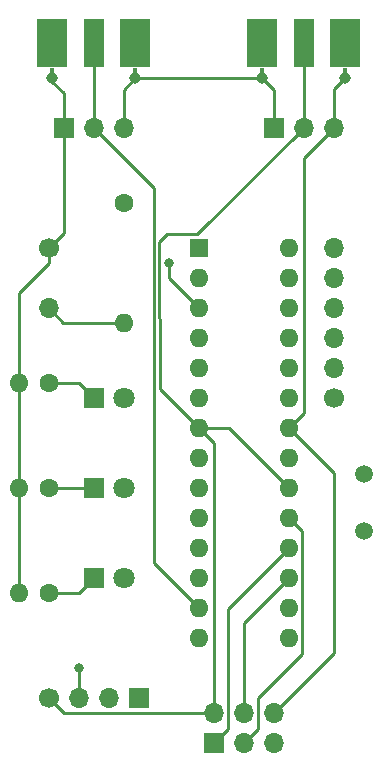
<source format=gbr>
%TF.GenerationSoftware,KiCad,Pcbnew,(6.0.5)*%
%TF.CreationDate,2022-08-03T12:20:48+10:00*%
%TF.ProjectId,special_target,73706563-6961-46c5-9f74-61726765742e,rev?*%
%TF.SameCoordinates,Original*%
%TF.FileFunction,Copper,L1,Top*%
%TF.FilePolarity,Positive*%
%FSLAX46Y46*%
G04 Gerber Fmt 4.6, Leading zero omitted, Abs format (unit mm)*
G04 Created by KiCad (PCBNEW (6.0.5)) date 2022-08-03 12:20:48*
%MOMM*%
%LPD*%
G01*
G04 APERTURE LIST*
%TA.AperFunction,ComponentPad*%
%ADD10C,1.700000*%
%TD*%
%TA.AperFunction,ComponentPad*%
%ADD11O,1.700000X1.700000*%
%TD*%
%TA.AperFunction,ComponentPad*%
%ADD12C,1.600000*%
%TD*%
%TA.AperFunction,ComponentPad*%
%ADD13O,1.600000X1.600000*%
%TD*%
%TA.AperFunction,ComponentPad*%
%ADD14C,1.500000*%
%TD*%
%TA.AperFunction,ComponentPad*%
%ADD15R,1.800000X1.800000*%
%TD*%
%TA.AperFunction,ComponentPad*%
%ADD16C,1.800000*%
%TD*%
%TA.AperFunction,SMDPad,CuDef*%
%ADD17R,1.780000X4.190000*%
%TD*%
%TA.AperFunction,SMDPad,CuDef*%
%ADD18R,0.460000X0.890000*%
%TD*%
%TA.AperFunction,SMDPad,CuDef*%
%ADD19R,2.665000X4.190000*%
%TD*%
%TA.AperFunction,ComponentPad*%
%ADD20C,0.970000*%
%TD*%
%TA.AperFunction,ComponentPad*%
%ADD21R,1.700000X1.700000*%
%TD*%
%TA.AperFunction,ComponentPad*%
%ADD22R,1.600000X1.600000*%
%TD*%
%TA.AperFunction,ViaPad*%
%ADD23C,0.800000*%
%TD*%
%TA.AperFunction,Conductor*%
%ADD24C,0.250000*%
%TD*%
G04 APERTURE END LIST*
D10*
%TO.P,J7,1,Pin_1*%
%TO.N,Net-(U1-Pad23)*%
X121920000Y-115570000D03*
D11*
%TO.P,J7,2,Pin_2*%
%TO.N,Net-(U1-Pad24)*%
X121920000Y-113030000D03*
%TO.P,J7,3,Pin_3*%
%TO.N,Net-(U1-Pad25)*%
X121920000Y-110490000D03*
%TO.P,J7,4,Pin_4*%
%TO.N,Net-(U1-Pad26)*%
X121920000Y-107950000D03*
%TO.P,J7,5,Pin_5*%
%TO.N,Net-(U1-Pad27)*%
X121920000Y-105410000D03*
%TO.P,J7,6,Pin_6*%
%TO.N,Net-(U1-Pad28)*%
X121920000Y-102870000D03*
%TD*%
D10*
%TO.P,SW1,1,1*%
%TO.N,GND*%
X97790000Y-102875001D03*
D11*
%TO.P,SW1,2,2*%
%TO.N,RESET*%
X97790000Y-107955001D03*
%TD*%
D12*
%TO.P,R1,1*%
%TO.N,VCC_OUT*%
X104140000Y-99050000D03*
D13*
%TO.P,R1,2*%
%TO.N,RESET*%
X104140000Y-109210000D03*
%TD*%
D12*
%TO.P,R4,1*%
%TO.N,Net-(D3-Pad1)*%
X97790000Y-132070000D03*
D13*
%TO.P,R4,2*%
%TO.N,GND*%
X95250000Y-132070000D03*
%TD*%
D14*
%TO.P,Y1,1,1*%
%TO.N,Net-(U1-Pad10)*%
X124460000Y-126900000D03*
%TO.P,Y1,2,2*%
%TO.N,Net-(U1-Pad9)*%
X124460000Y-122020000D03*
%TD*%
D15*
%TO.P,D3,1,K*%
%TO.N,Net-(D3-Pad1)*%
X101600000Y-130800000D03*
D16*
%TO.P,D3,2,A*%
%TO.N,LED3*%
X104140000Y-130800000D03*
%TD*%
D17*
%TO.P,J4,1,In*%
%TO.N,VCC_OUT*%
X119380000Y-85545000D03*
D18*
%TO.P,J4,2,Ext*%
%TO.N,GND*%
X115887500Y-88085000D03*
D19*
X115887500Y-85545000D03*
X122872500Y-85545000D03*
D18*
X122872500Y-88085000D03*
D20*
X115887500Y-88530000D03*
X122872500Y-88530000D03*
%TD*%
D10*
%TO.P,J2,1,Pin_1*%
%TO.N,VCC_OUT*%
X97800008Y-140970000D03*
D11*
%TO.P,J2,2,Pin_2*%
%TO.N,TX*%
X100340000Y-140970000D03*
%TO.P,J2,3,Pin_3*%
%TO.N,RX*%
X102880000Y-140970000D03*
D21*
%TO.P,J2,4,Pin_4*%
%TO.N,GND*%
X105420008Y-140970000D03*
%TD*%
D22*
%TO.P,U1,1,~{RESET}/PC6*%
%TO.N,RESET*%
X110500000Y-102870000D03*
D13*
%TO.P,U1,2,PD0*%
%TO.N,RX*%
X110500000Y-105410000D03*
%TO.P,U1,3,PD1*%
%TO.N,TX*%
X110500000Y-107950000D03*
%TO.P,U1,4,PD2*%
%TO.N,unconnected-(U1-Pad4)*%
X110500000Y-110490000D03*
%TO.P,U1,5,PD3*%
%TO.N,unconnected-(U1-Pad5)*%
X110500000Y-113030000D03*
%TO.P,U1,6,PD4*%
%TO.N,LED1*%
X110500000Y-115570000D03*
%TO.P,U1,7,VCC*%
%TO.N,VCC_OUT*%
X110500000Y-118110000D03*
%TO.P,U1,8,GND*%
%TO.N,GND*%
X110500000Y-120650000D03*
%TO.P,U1,9,XTAL1/PB6*%
%TO.N,Net-(U1-Pad9)*%
X110500000Y-123190000D03*
%TO.P,U1,10,XTAL2/PB7*%
%TO.N,Net-(U1-Pad10)*%
X110500000Y-125730000D03*
%TO.P,U1,11,PD5*%
%TO.N,LED2*%
X110500000Y-128270000D03*
%TO.P,U1,12,PD6*%
%TO.N,LED3*%
X110500000Y-130810000D03*
%TO.P,U1,13,PD7*%
%TO.N,TRIG_OUT*%
X110500000Y-133350000D03*
%TO.P,U1,14,PB0*%
%TO.N,unconnected-(U1-Pad14)*%
X110500000Y-135890000D03*
%TO.P,U1,15,PB1*%
%TO.N,unconnected-(U1-Pad15)*%
X118120000Y-135890000D03*
%TO.P,U1,16,PB2*%
%TO.N,unconnected-(U1-Pad16)*%
X118120000Y-133350000D03*
%TO.P,U1,17,PB3*%
%TO.N,MOSI*%
X118120000Y-130810000D03*
%TO.P,U1,18,PB4*%
%TO.N,MISO*%
X118120000Y-128270000D03*
%TO.P,U1,19,PB5*%
%TO.N,SCK*%
X118120000Y-125730000D03*
%TO.P,U1,20,AVCC*%
%TO.N,VCC_OUT*%
X118120000Y-123190000D03*
%TO.P,U1,21,AREF*%
%TO.N,unconnected-(U1-Pad21)*%
X118120000Y-120650000D03*
%TO.P,U1,22,GND*%
%TO.N,GND*%
X118120000Y-118110000D03*
%TO.P,U1,23,PC0*%
%TO.N,Net-(U1-Pad23)*%
X118120000Y-115570000D03*
%TO.P,U1,24,PC1*%
%TO.N,Net-(U1-Pad24)*%
X118120000Y-113030000D03*
%TO.P,U1,25,PC2*%
%TO.N,Net-(U1-Pad25)*%
X118120000Y-110490000D03*
%TO.P,U1,26,PC3*%
%TO.N,Net-(U1-Pad26)*%
X118120000Y-107950000D03*
%TO.P,U1,27,PC4*%
%TO.N,Net-(U1-Pad27)*%
X118120000Y-105410000D03*
%TO.P,U1,28,PC5*%
%TO.N,Net-(U1-Pad28)*%
X118120000Y-102870000D03*
%TD*%
D21*
%TO.P,J6,1,Pin_1*%
%TO.N,GND*%
X99060000Y-92710000D03*
D11*
%TO.P,J6,2,Pin_2*%
%TO.N,TRIG_OUT*%
X101600000Y-92710000D03*
%TO.P,J6,3,Pin_3*%
%TO.N,GND*%
X104140000Y-92710000D03*
%TD*%
D12*
%TO.P,R2,1*%
%TO.N,Net-(D1-Pad1)*%
X97790000Y-114290000D03*
D13*
%TO.P,R2,2*%
%TO.N,GND*%
X95250000Y-114290000D03*
%TD*%
D15*
%TO.P,D2,1,K*%
%TO.N,Net-(D2-Pad1)*%
X101600000Y-123180000D03*
D16*
%TO.P,D2,2,A*%
%TO.N,LED2*%
X104140000Y-123180000D03*
%TD*%
D17*
%TO.P,J5,1,In*%
%TO.N,TRIG_OUT*%
X101600000Y-85544990D03*
D18*
%TO.P,J5,2,Ext*%
%TO.N,GND*%
X98107500Y-88084990D03*
D19*
X98107500Y-85544990D03*
D18*
X105092500Y-88084990D03*
D20*
X105092500Y-88529990D03*
X98107500Y-88529990D03*
D19*
X105092500Y-85544990D03*
%TD*%
D21*
%TO.P,J1,1,MISO*%
%TO.N,MISO*%
X111775000Y-144775000D03*
D11*
%TO.P,J1,2,VCC*%
%TO.N,VCC_OUT*%
X111775000Y-142235000D03*
%TO.P,J1,3,SCK*%
%TO.N,SCK*%
X114315000Y-144775000D03*
%TO.P,J1,4,MOSI*%
%TO.N,MOSI*%
X114315000Y-142235000D03*
%TO.P,J1,5,~{RST}*%
%TO.N,RESET*%
X116855000Y-144775000D03*
%TO.P,J1,6,GND*%
%TO.N,GND*%
X116855000Y-142235000D03*
%TD*%
D12*
%TO.P,R3,1*%
%TO.N,Net-(D2-Pad1)*%
X97790000Y-123180000D03*
D13*
%TO.P,R3,2*%
%TO.N,GND*%
X95250000Y-123180000D03*
%TD*%
D15*
%TO.P,D1,1,K*%
%TO.N,Net-(D1-Pad1)*%
X101600000Y-115560000D03*
D16*
%TO.P,D1,2,A*%
%TO.N,LED1*%
X104140000Y-115560000D03*
%TD*%
D21*
%TO.P,J3,1,Pin_1*%
%TO.N,GND*%
X116855000Y-92725000D03*
D11*
%TO.P,J3,2,Pin_2*%
%TO.N,VCC_OUT*%
X119395000Y-92725000D03*
%TO.P,J3,3,Pin_3*%
%TO.N,GND*%
X121935000Y-92725000D03*
%TD*%
D23*
%TO.N,TX*%
X100330000Y-138430000D03*
X107977788Y-104167788D03*
%TD*%
D24*
%TO.N,Net-(D1-Pad1)*%
X100330000Y-114290000D02*
X101600000Y-115560000D01*
X97790000Y-114290000D02*
X100330000Y-114290000D01*
%TO.N,Net-(D2-Pad1)*%
X97790000Y-123180000D02*
X101600000Y-123180000D01*
%TO.N,Net-(D3-Pad1)*%
X97790000Y-132070000D02*
X100330000Y-132070000D01*
X100330000Y-132070000D02*
X101600000Y-130800000D01*
%TO.N,MISO*%
X112949511Y-143600489D02*
X112949511Y-133440489D01*
X112949511Y-133440489D02*
X118120000Y-128270000D01*
X111775000Y-144775000D02*
X112949511Y-143600489D01*
%TO.N,VCC_OUT*%
X107129520Y-108823928D02*
X107129520Y-102420480D01*
X107225489Y-108919897D02*
X107129520Y-108823928D01*
X107225489Y-114835489D02*
X107225489Y-108919897D01*
X110500000Y-118110000D02*
X111775000Y-119385000D01*
X107129520Y-102420480D02*
X107804511Y-101745489D01*
X110500000Y-118110000D02*
X113040000Y-118110000D01*
X111775000Y-142235000D02*
X99065008Y-142235000D01*
X113040000Y-118110000D02*
X118120000Y-123190000D01*
X110500000Y-118110000D02*
X107225489Y-114835489D01*
X107804511Y-101745489D02*
X110374511Y-101745489D01*
X119395000Y-85560000D02*
X119380000Y-85545000D01*
X110374511Y-101745489D02*
X119395000Y-92725000D01*
X99065008Y-142235000D02*
X97800008Y-140970000D01*
X119395000Y-92725000D02*
X119395000Y-85560000D01*
X111775000Y-119385000D02*
X111775000Y-142235000D01*
%TO.N,SCK*%
X115489511Y-143600489D02*
X114315000Y-144775000D01*
X115489511Y-141040489D02*
X115489511Y-143600489D01*
X119244511Y-137285489D02*
X115489511Y-141040489D01*
X119244511Y-126854511D02*
X119244511Y-137285489D01*
X118120000Y-125730000D02*
X119244511Y-126854511D01*
%TO.N,MOSI*%
X114315000Y-142235000D02*
X114315000Y-134615000D01*
X114315000Y-134615000D02*
X118120000Y-130810000D01*
%TO.N,RESET*%
X104140000Y-109210000D02*
X99044999Y-109210000D01*
X99044999Y-109210000D02*
X97790000Y-107955001D01*
%TO.N,GND*%
X99060000Y-89800000D02*
X99060000Y-92710000D01*
X97790000Y-104130000D02*
X95250000Y-106670000D01*
X95250000Y-114290000D02*
X95250000Y-123180000D01*
X121920000Y-137170000D02*
X121920000Y-121910000D01*
X121935000Y-89467500D02*
X122872500Y-88530000D01*
X98107500Y-88847500D02*
X99060000Y-89800000D01*
X98107500Y-88529990D02*
X98107500Y-88847500D01*
X119380000Y-95280000D02*
X119380000Y-106685004D01*
X119380000Y-106690000D02*
X119380000Y-116850000D01*
X121935000Y-92725000D02*
X121935000Y-89467500D01*
X99060000Y-92710000D02*
X99060000Y-101605001D01*
X116855000Y-142235000D02*
X121920000Y-137170000D01*
X121935000Y-92725000D02*
X119380000Y-95280000D01*
X104140000Y-92710000D02*
X104140000Y-89482490D01*
X99060000Y-101605001D02*
X97790000Y-102875001D01*
X119380000Y-116850000D02*
X118120000Y-118110000D01*
X97790000Y-102875001D02*
X97790000Y-104130000D01*
X116855000Y-89497500D02*
X115887500Y-88530000D01*
X121920000Y-121910000D02*
X118120000Y-118110000D01*
X95250000Y-123180000D02*
X95250000Y-132070000D01*
X105092510Y-88530000D02*
X115887500Y-88530000D01*
X104140000Y-89482490D02*
X105092500Y-88529990D01*
X116855000Y-92725000D02*
X116855000Y-89497500D01*
X105092500Y-88529990D02*
X105092510Y-88530000D01*
X95250000Y-106670000D02*
X95250000Y-114290000D01*
%TO.N,TX*%
X110500000Y-107950000D02*
X107977788Y-105427788D01*
X100330000Y-138430000D02*
X100340000Y-138440000D01*
X107977788Y-105427788D02*
X107977788Y-104167788D01*
X100340000Y-138440000D02*
X100340000Y-140970000D01*
%TO.N,TRIG_OUT*%
X110500000Y-133350000D02*
X106680000Y-129530000D01*
X101600000Y-92710000D02*
X101600000Y-85544990D01*
X106680000Y-129530000D02*
X106680000Y-97790000D01*
X106680000Y-97790000D02*
X101600000Y-92710000D01*
%TD*%
M02*

</source>
